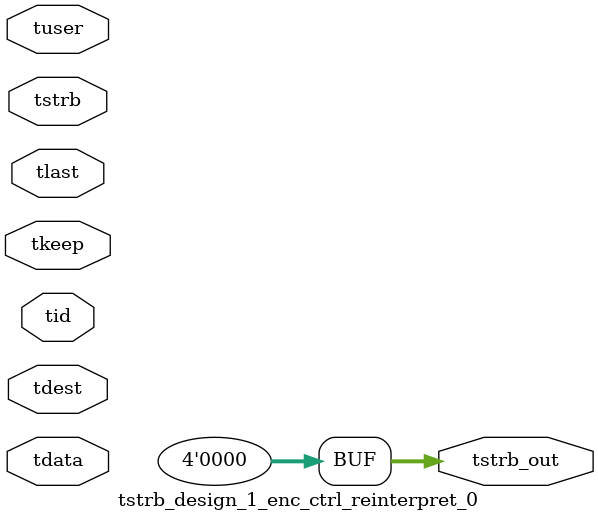
<source format=v>


`timescale 1ps/1ps

module tstrb_design_1_enc_ctrl_reinterpret_0 #
(
parameter C_S_AXIS_TDATA_WIDTH = 32,
parameter C_S_AXIS_TUSER_WIDTH = 0,
parameter C_S_AXIS_TID_WIDTH   = 0,
parameter C_S_AXIS_TDEST_WIDTH = 0,
parameter C_M_AXIS_TDATA_WIDTH = 32
)
(
input  [(C_S_AXIS_TDATA_WIDTH == 0 ? 1 : C_S_AXIS_TDATA_WIDTH)-1:0     ] tdata,
input  [(C_S_AXIS_TUSER_WIDTH == 0 ? 1 : C_S_AXIS_TUSER_WIDTH)-1:0     ] tuser,
input  [(C_S_AXIS_TID_WIDTH   == 0 ? 1 : C_S_AXIS_TID_WIDTH)-1:0       ] tid,
input  [(C_S_AXIS_TDEST_WIDTH == 0 ? 1 : C_S_AXIS_TDEST_WIDTH)-1:0     ] tdest,
input  [(C_S_AXIS_TDATA_WIDTH/8)-1:0 ] tkeep,
input  [(C_S_AXIS_TDATA_WIDTH/8)-1:0 ] tstrb,
input                                                                    tlast,
output [(C_M_AXIS_TDATA_WIDTH/8)-1:0 ] tstrb_out
);

assign tstrb_out = {1'b0};

endmodule


</source>
